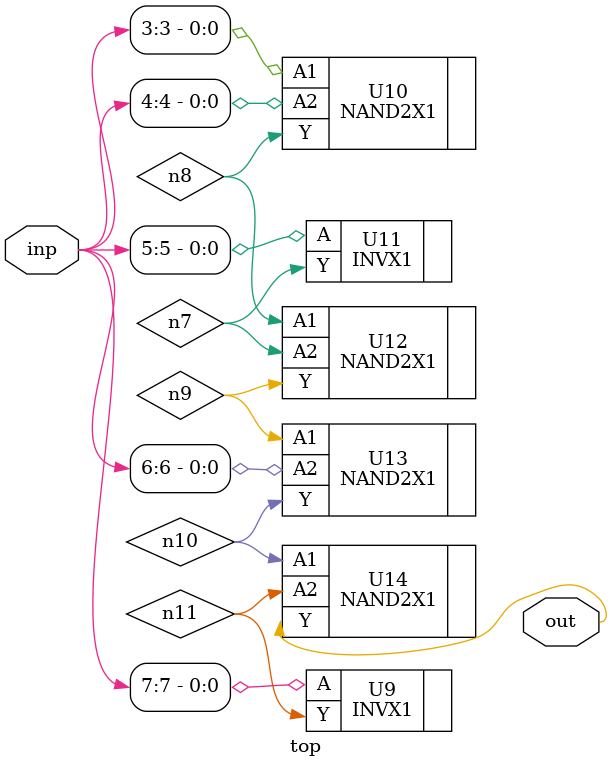
<source format=sv>


module top ( inp, out );
  input [7:0] inp;
  output out;
  wire   n7, n8, n9, n10, n11;

  INVX1 U9 ( .A(inp[7]), .Y(n11) );
  NAND2X1 U10 ( .A1(inp[3]), .A2(inp[4]), .Y(n8) );
  INVX1 U11 ( .A(inp[5]), .Y(n7) );
  NAND2X1 U12 ( .A1(n8), .A2(n7), .Y(n9) );
  NAND2X1 U13 ( .A1(n9), .A2(inp[6]), .Y(n10) );
  NAND2X1 U14 ( .A1(n10), .A2(n11), .Y(out) );
endmodule


</source>
